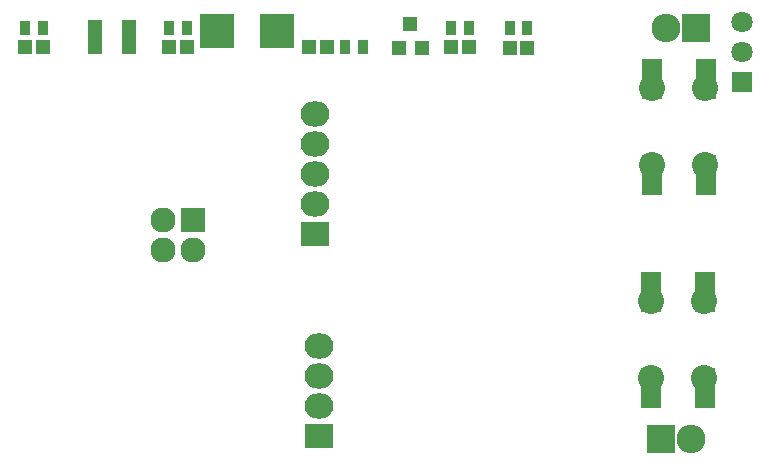
<source format=gts>
G04 #@! TF.FileFunction,Soldermask,Top*
%FSLAX46Y46*%
G04 Gerber Fmt 4.6, Leading zero omitted, Abs format (unit mm)*
G04 Created by KiCad (PCBNEW (2015-04-29 BZR 5630)-product) date Mon 29 Jun 2015 10:52:54 BST*
%MOMM*%
G01*
G04 APERTURE LIST*
%ADD10C,0.150000*%
%ADD11R,2.950160X2.899360*%
%ADD12R,1.197560X1.197560*%
%ADD13R,2.432000X2.127200*%
%ADD14O,2.432000X2.127200*%
%ADD15R,0.900000X1.300000*%
%ADD16R,1.300000X2.900000*%
%ADD17R,1.200100X1.200100*%
%ADD18R,1.797000X1.797000*%
%ADD19C,1.797000*%
%ADD20R,1.700480X3.498800*%
%ADD21C,2.200860*%
%ADD22R,2.432000X2.432000*%
%ADD23O,2.432000X2.432000*%
%ADD24R,2.127200X2.127200*%
%ADD25O,2.127200X2.127200*%
G04 APERTURE END LIST*
D10*
D11*
X92542360Y-44602400D03*
X87492840Y-44602400D03*
D12*
X113728500Y-46024800D03*
X112229900Y-46024800D03*
X71234300Y-45974000D03*
X72732900Y-45974000D03*
X83375500Y-45974000D03*
X84874100Y-45974000D03*
X96761300Y-45974000D03*
X95262700Y-45974000D03*
D13*
X96113600Y-78892400D03*
D14*
X96113600Y-76352400D03*
X96113600Y-73812400D03*
X96113600Y-71272400D03*
D15*
X113729200Y-44297600D03*
X112229200Y-44297600D03*
X72733600Y-44348400D03*
X71233600Y-44348400D03*
X84874800Y-44297600D03*
X83374800Y-44297600D03*
X99810000Y-45923200D03*
X98310000Y-45923200D03*
D12*
X108750100Y-45974000D03*
X107251500Y-45974000D03*
D13*
X95758000Y-61772800D03*
D14*
X95758000Y-59232800D03*
X95758000Y-56692800D03*
X95758000Y-54152800D03*
X95758000Y-51612800D03*
D16*
X77086800Y-45110400D03*
X79986800Y-45110400D03*
D17*
X102885200Y-46009560D03*
X104785200Y-46009560D03*
X103835200Y-44010580D03*
D15*
X107250800Y-44297600D03*
X108750800Y-44297600D03*
D18*
X131927600Y-48869600D03*
D19*
X131927600Y-46329600D03*
X131927600Y-43789600D03*
D20*
X124307600Y-48615600D03*
X124307600Y-56743600D03*
X128879600Y-56743600D03*
X128879600Y-48615600D03*
D21*
X124307600Y-55930800D03*
X124307600Y-49428400D03*
X128808480Y-55930800D03*
X128808480Y-49428400D03*
D20*
X124206000Y-66649600D03*
X124206000Y-74777600D03*
X128778000Y-74777600D03*
X128778000Y-66649600D03*
D21*
X124206000Y-73964800D03*
X124206000Y-67462400D03*
X128706880Y-73964800D03*
X128706880Y-67462400D03*
D22*
X128016000Y-44297600D03*
D23*
X125476000Y-44297600D03*
D24*
X85394800Y-60604400D03*
D25*
X82854800Y-60604400D03*
X85394800Y-63144400D03*
X82854800Y-63144400D03*
D22*
X125069600Y-79095600D03*
D23*
X127609600Y-79095600D03*
M02*

</source>
